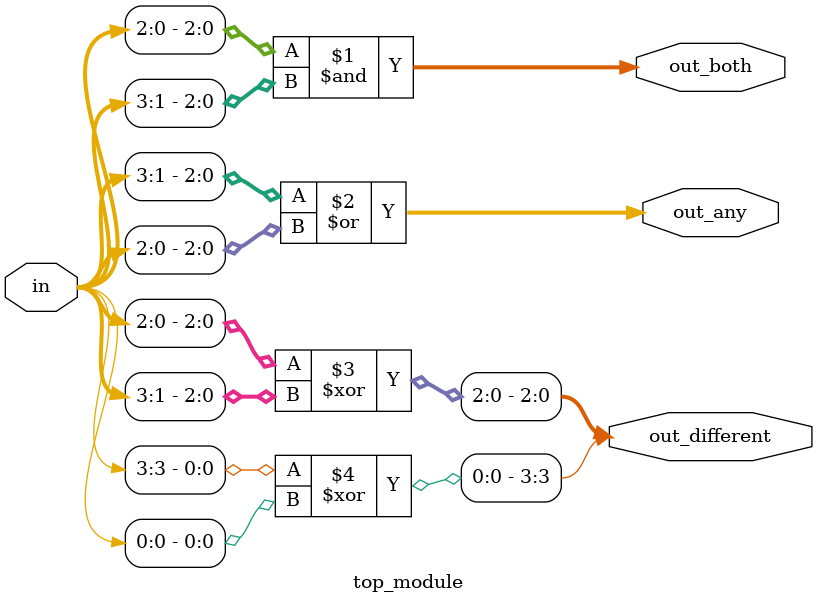
<source format=v>
module top_module( 
    input  [3:0] in,
    output [2:0] out_both,
    output [3:1] out_any,
    output [3:0] out_different
);

    
    assign out_both = in[2:0] & in[3:1];

   
    assign out_any  = in[3:1] | in[2:0];

    
    assign out_different[2:0] = in[2:0] ^ in[3:1];
    assign out_different[3]   = in[3] ^ in[0];

endmodule

</source>
